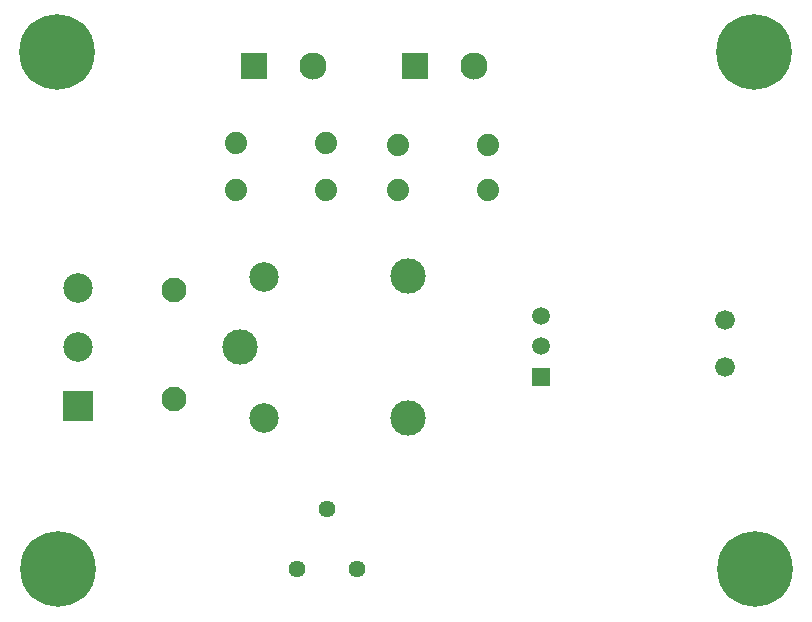
<source format=gbr>
G04 #@! TF.GenerationSoftware,KiCad,Pcbnew,(5.1.2)-2*
G04 #@! TF.CreationDate,2020-03-21T23:17:17-04:00*
G04 #@! TF.ProjectId,InfraRedGelUniversalDispenserV2,496e6672-6152-4656-9447-656c556e6976,R01*
G04 #@! TF.SameCoordinates,Original*
G04 #@! TF.FileFunction,Copper,L1,Top*
G04 #@! TF.FilePolarity,Positive*
%FSLAX46Y46*%
G04 Gerber Fmt 4.6, Leading zero omitted, Abs format (unit mm)*
G04 Created by KiCad (PCBNEW (5.1.2)-2) date 2020-03-21 23:17:17*
%MOMM*%
%LPD*%
G04 APERTURE LIST*
%ADD10C,6.400000*%
%ADD11C,0.800000*%
%ADD12C,1.879600*%
%ADD13C,2.300000*%
%ADD14R,2.300000X2.300000*%
%ADD15C,2.500000*%
%ADD16R,2.500000X2.500000*%
%ADD17C,1.440000*%
%ADD18C,1.676400*%
%ADD19R,1.500000X1.500000*%
%ADD20C,1.500000*%
%ADD21C,3.000000*%
%ADD22C,2.100000*%
G04 APERTURE END LIST*
D10*
X110667800Y-69291200D03*
D11*
X113067800Y-69291200D03*
X112364856Y-70988256D03*
X110667800Y-71691200D03*
X108970744Y-70988256D03*
X108267800Y-69291200D03*
X108970744Y-67594144D03*
X110667800Y-66891200D03*
X112364856Y-67594144D03*
D10*
X110718600Y-113055400D03*
D11*
X113118600Y-113055400D03*
X112415656Y-114752456D03*
X110718600Y-115455400D03*
X109021544Y-114752456D03*
X108318600Y-113055400D03*
X109021544Y-111358344D03*
X110718600Y-110655400D03*
X112415656Y-111358344D03*
D10*
X169748200Y-113055400D03*
D11*
X172148200Y-113055400D03*
X171445256Y-114752456D03*
X169748200Y-115455400D03*
X168051144Y-114752456D03*
X167348200Y-113055400D03*
X168051144Y-111358344D03*
X169748200Y-110655400D03*
X171445256Y-111358344D03*
X171369056Y-67568744D03*
X169672000Y-66865800D03*
X167974944Y-67568744D03*
X167272000Y-69265800D03*
X167974944Y-70962856D03*
X169672000Y-71665800D03*
X171369056Y-70962856D03*
X172072000Y-69265800D03*
D10*
X169672000Y-69265800D03*
D12*
X139496800Y-77114400D03*
X147116800Y-77114400D03*
X147116800Y-80924400D03*
X139496800Y-80924400D03*
X125831600Y-76962000D03*
X133451600Y-76962000D03*
X125831600Y-80924400D03*
X133451600Y-80924400D03*
D13*
X145995400Y-70408800D03*
D14*
X140995400Y-70408800D03*
D13*
X132330200Y-70408800D03*
D14*
X127330200Y-70408800D03*
D15*
X112395000Y-89212400D03*
X112395000Y-94212400D03*
D16*
X112395000Y-99212400D03*
D17*
X136067800Y-113004600D03*
X133527800Y-107924600D03*
X130987800Y-113004600D03*
D18*
X167208200Y-95902780D03*
X167208200Y-91904820D03*
D19*
X151638000Y-96783200D03*
D20*
X151638000Y-91583200D03*
X151638000Y-94183200D03*
D21*
X126191400Y-94209400D03*
D15*
X128141400Y-88259400D03*
D21*
X140391400Y-88209400D03*
X140341400Y-100259400D03*
D15*
X128141400Y-100259400D03*
D22*
X120523000Y-98608000D03*
X120523000Y-89408000D03*
M02*

</source>
